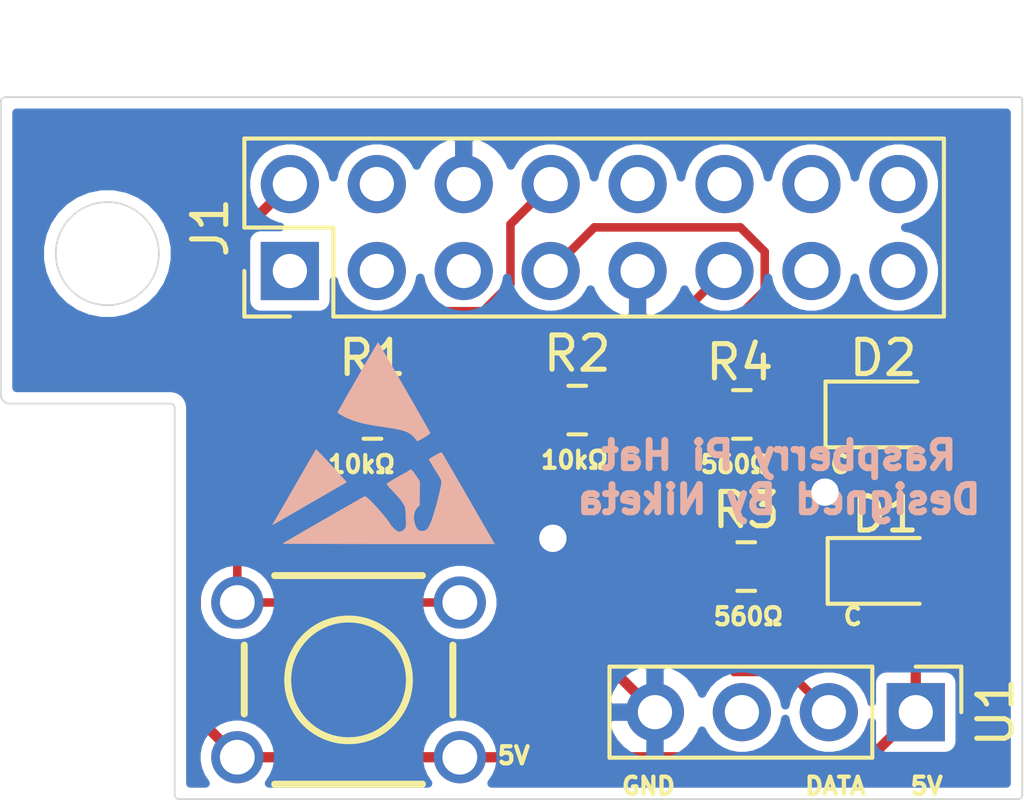
<source format=kicad_pcb>
(kicad_pcb (version 20171130) (host pcbnew "(5.1.6)-1")

  (general
    (thickness 1.6)
    (drawings 18)
    (tracks 62)
    (zones 0)
    (modules 10)
    (nets 19)
  )

  (page A4)
  (title_block
    (title "Raspberry Pi Hat")
    (date 2020-06-27)
    (rev v1)
    (comment 1 "Designed by Niketa")
  )

  (layers
    (0 F.Cu signal)
    (31 B.Cu signal)
    (32 B.Adhes user)
    (33 F.Adhes user)
    (34 B.Paste user)
    (35 F.Paste user)
    (36 B.SilkS user)
    (37 F.SilkS user)
    (38 B.Mask user)
    (39 F.Mask user)
    (40 Dwgs.User user)
    (41 Cmts.User user)
    (42 Eco1.User user)
    (43 Eco2.User user)
    (44 Edge.Cuts user)
    (45 Margin user)
    (46 B.CrtYd user)
    (47 F.CrtYd user)
    (48 B.Fab user)
    (49 F.Fab user)
  )

  (setup
    (last_trace_width 0.25)
    (user_trace_width 0.3)
    (trace_clearance 0.2)
    (zone_clearance 0.508)
    (zone_45_only no)
    (trace_min 0.2)
    (via_size 0.8)
    (via_drill 0.4)
    (via_min_size 0.4)
    (via_min_drill 0.3)
    (user_via 1 0.6)
    (uvia_size 0.3)
    (uvia_drill 0.1)
    (uvias_allowed no)
    (uvia_min_size 0.2)
    (uvia_min_drill 0.1)
    (edge_width 0.05)
    (segment_width 0.2)
    (pcb_text_width 0.3)
    (pcb_text_size 1.5 1.5)
    (mod_edge_width 0.12)
    (mod_text_size 1 1)
    (mod_text_width 0.15)
    (pad_size 1.524 1.524)
    (pad_drill 0.762)
    (pad_to_mask_clearance 0.05)
    (aux_axis_origin 0 0)
    (visible_elements 7FFFFFFF)
    (pcbplotparams
      (layerselection 0x010fc_ffffffff)
      (usegerberextensions false)
      (usegerberattributes true)
      (usegerberadvancedattributes true)
      (creategerberjobfile true)
      (excludeedgelayer true)
      (linewidth 0.100000)
      (plotframeref false)
      (viasonmask false)
      (mode 1)
      (useauxorigin false)
      (hpglpennumber 1)
      (hpglpenspeed 20)
      (hpglpendiameter 15.000000)
      (psnegative false)
      (psa4output false)
      (plotreference true)
      (plotvalue true)
      (plotinvisibletext false)
      (padsonsilk false)
      (subtractmaskfromsilk false)
      (outputformat 1)
      (mirror false)
      (drillshape 1)
      (scaleselection 1)
      (outputdirectory ""))
  )

  (net 0 "")
  (net 1 "Net-(D1-Pad2)")
  (net 2 GND)
  (net 3 "Net-(D2-Pad2)")
  (net 4 "Net-(J1-Pad1)")
  (net 5 5V)
  (net 6 "Net-(J1-Pad3)")
  (net 7 "Net-(J1-Pad4)")
  (net 8 "Net-(J1-Pad5)")
  (net 9 "Net-(J1-Pad7)")
  (net 10 button_input)
  (net 11 "Net-(J1-Pad10)")
  (net 12 "Net-(J1-Pad11)")
  (net 13 "Net-(J1-Pad12)")
  (net 14 "Net-(J1-Pad13)")
  (net 15 "Net-(J1-Pad14)")
  (net 16 "Net-(J1-Pad15)")
  (net 17 "Net-(J1-Pad16)")
  (net 18 "Net-(U1-Pad3)")

  (net_class Default "This is the default net class."
    (clearance 0.2)
    (trace_width 0.25)
    (via_dia 0.8)
    (via_drill 0.4)
    (uvia_dia 0.3)
    (uvia_drill 0.1)
    (add_net "Net-(D1-Pad2)")
    (add_net "Net-(D2-Pad2)")
    (add_net "Net-(J1-Pad1)")
    (add_net "Net-(J1-Pad10)")
    (add_net "Net-(J1-Pad11)")
    (add_net "Net-(J1-Pad12)")
    (add_net "Net-(J1-Pad13)")
    (add_net "Net-(J1-Pad14)")
    (add_net "Net-(J1-Pad15)")
    (add_net "Net-(J1-Pad16)")
    (add_net "Net-(J1-Pad3)")
    (add_net "Net-(J1-Pad4)")
    (add_net "Net-(J1-Pad5)")
    (add_net "Net-(J1-Pad7)")
    (add_net "Net-(U1-Pad3)")
    (add_net button_input)
  )

  (net_class Power ""
    (clearance 0.3)
    (trace_width 0.3)
    (via_dia 1)
    (via_drill 0.8)
    (uvia_dia 0.3)
    (uvia_drill 0.1)
    (add_net 5V)
    (add_net GND)
  )

  (module Symbol:ESD-Logo_6.6x6mm_SilkScreen (layer B.Cu) (tedit 0) (tstamp 5F023735)
    (at 98.171 75.438 180)
    (descr "Electrostatic discharge Logo")
    (tags "Logo ESD")
    (attr virtual)
    (fp_text reference REF** (at 0 0 270) (layer B.SilkS) hide
      (effects (font (size 1 1) (thickness 0.15)) (justify mirror))
    )
    (fp_text value ESD-Logo_6.6x6mm_SilkScreen (at 0.75 0) (layer B.Fab) hide
      (effects (font (size 1 1) (thickness 0.15)) (justify mirror))
    )
    (fp_poly (pts (xy -1.677906 -0.291158) (xy -1.645381 -0.303736) (xy -1.595807 -0.328712) (xy -1.524626 -0.367876)
      (xy -1.519084 -0.370988) (xy -1.453526 -0.408476) (xy -1.398202 -0.441319) (xy -1.358545 -0.466205)
      (xy -1.339988 -0.47982) (xy -1.339469 -0.480487) (xy -1.343952 -0.49939) (xy -1.364514 -0.541605)
      (xy -1.399817 -0.604832) (xy -1.44852 -0.686772) (xy -1.509282 -0.785122) (xy -1.580764 -0.897585)
      (xy -1.598555 -0.925165) (xy -1.644907 -1.001699) (xy -1.678658 -1.067556) (xy -1.696847 -1.116782)
      (xy -1.698714 -1.126507) (xy -1.697885 -1.169312) (xy -1.688606 -1.237209) (xy -1.672032 -1.325843)
      (xy -1.64932 -1.430859) (xy -1.621627 -1.547902) (xy -1.59011 -1.672616) (xy -1.555925 -1.800645)
      (xy -1.520229 -1.927634) (xy -1.484179 -2.049228) (xy -1.448932 -2.161072) (xy -1.415644 -2.25881)
      (xy -1.385472 -2.338087) (xy -1.364439 -2.385122) (xy -1.339663 -2.435225) (xy -1.31627 -2.483168)
      (xy -1.315003 -2.485793) (xy -1.276301 -2.53422) (xy -1.219816 -2.566828) (xy -1.154061 -2.582454)
      (xy -1.087549 -2.579937) (xy -1.028795 -2.558114) (xy -0.995742 -2.529382) (xy -0.948141 -2.450583)
      (xy -0.913261 -2.352378) (xy -0.894123 -2.244779) (xy -0.891412 -2.18378) (xy -0.90233 -2.069935)
      (xy -0.934376 -1.97566) (xy -0.989274 -1.896379) (xy -1.006393 -1.878733) (xy -1.057339 -1.829235)
      (xy -1.060837 -1.479362) (xy -1.064336 -1.129489) (xy -0.975182 -0.994531) (xy -0.933346 -0.933445)
      (xy -0.893055 -0.878493) (xy -0.860057 -0.837336) (xy -0.845874 -0.822192) (xy -0.805719 -0.78481)
      (xy -0.751335 -0.814098) (xy -0.716961 -0.835084) (xy -0.698154 -0.851378) (xy -0.696951 -0.854307)
      (xy -0.684097 -0.866728) (xy -0.662104 -0.875977) (xy -0.64085 -0.884313) (xy -0.608306 -0.900149)
      (xy -0.561678 -0.925033) (xy -0.498171 -0.960509) (xy -0.414992 -1.008123) (xy -0.309347 -1.069422)
      (xy -0.251938 -1.102932) (xy -0.184406 -1.143071) (xy -0.140115 -1.171659) (xy -0.115145 -1.192039)
      (xy -0.105577 -1.207553) (xy -0.107492 -1.221546) (xy -0.109089 -1.224796) (xy -0.124624 -1.245266)
      (xy -0.157864 -1.283665) (xy -0.204938 -1.335696) (xy -0.261972 -1.397066) (xy -0.3113 -1.44909)
      (xy -0.42497 -1.572567) (xy -0.513895 -1.679591) (xy -0.578866 -1.77124) (xy -0.620679 -1.848588)
      (xy -0.634783 -1.887866) (xy -0.640608 -1.922249) (xy -0.646625 -1.980899) (xy -0.652304 -2.057117)
      (xy -0.657116 -2.144202) (xy -0.659381 -2.199268) (xy -0.662541 -2.294464) (xy -0.663931 -2.364062)
      (xy -0.663142 -2.413409) (xy -0.659765 -2.447854) (xy -0.653392 -2.472743) (xy -0.643613 -2.493425)
      (xy -0.635933 -2.506053) (xy -0.591579 -2.554726) (xy -0.534426 -2.588645) (xy -0.474292 -2.603438)
      (xy -0.429227 -2.598086) (xy -0.388424 -2.57493) (xy -0.337276 -2.533462) (xy -0.282958 -2.480912)
      (xy -0.232643 -2.424516) (xy -0.193506 -2.371505) (xy -0.179095 -2.345889) (xy -0.157509 -2.310814)
      (xy -0.118247 -2.257389) (xy -0.064898 -2.189789) (xy -0.001048 -2.11219) (xy 0.069715 -2.028768)
      (xy 0.143804 -1.943698) (xy 0.217632 -1.861155) (xy 0.287611 -1.785316) (xy 0.350155 -1.720356)
      (xy 0.39926 -1.672669) (xy 0.453779 -1.625032) (xy 0.499642 -1.589908) (xy 0.531811 -1.570949)
      (xy 0.542489 -1.568864) (xy 0.558853 -1.577274) (xy 0.599671 -1.599846) (xy 0.662586 -1.635224)
      (xy 0.745244 -1.682054) (xy 0.845289 -1.738981) (xy 0.960366 -1.804649) (xy 1.088119 -1.877703)
      (xy 1.226194 -1.956788) (xy 1.372234 -2.040548) (xy 1.523884 -2.127629) (xy 1.67879 -2.216676)
      (xy 1.834595 -2.306332) (xy 1.988944 -2.395243) (xy 2.139482 -2.482054) (xy 2.283854 -2.565409)
      (xy 2.419704 -2.643954) (xy 2.544677 -2.716333) (xy 2.656417 -2.78119) (xy 2.75257 -2.837171)
      (xy 2.830779 -2.88292) (xy 2.888689 -2.917083) (xy 2.923946 -2.938304) (xy 2.934165 -2.944963)
      (xy 2.920402 -2.94628) (xy 2.877104 -2.947559) (xy 2.805714 -2.948796) (xy 2.707673 -2.949983)
      (xy 2.584422 -2.951115) (xy 2.437403 -2.952186) (xy 2.268057 -2.953189) (xy 2.077826 -2.954119)
      (xy 1.868151 -2.954968) (xy 1.640473 -2.955732) (xy 1.396235 -2.956403) (xy 1.136877 -2.956976)
      (xy 0.863841 -2.957444) (xy 0.578568 -2.957802) (xy 0.2825 -2.958042) (xy -0.022921 -2.958159)
      (xy -0.151076 -2.958171) (xy -3.25103 -2.958171) (xy -3.029947 -2.574847) (xy -2.983144 -2.49368)
      (xy -2.922898 -2.389166) (xy -2.851222 -2.264801) (xy -2.770131 -2.124082) (xy -2.681638 -1.970503)
      (xy -2.58776 -1.807562) (xy -2.490509 -1.638754) (xy -2.3919 -1.467575) (xy -2.293947 -1.297521)
      (xy -2.269175 -1.254512) (xy -2.178848 -1.097857) (xy -2.092711 -0.948803) (xy -2.012058 -0.809568)
      (xy -1.938184 -0.682371) (xy -1.872383 -0.569432) (xy -1.81595 -0.472968) (xy -1.770179 -0.3952)
      (xy -1.736365 -0.338346) (xy -1.715802 -0.304625) (xy -1.710047 -0.29604) (xy -1.697942 -0.289189)
      (xy -1.677906 -0.291158)) (layer B.SilkS) (width 0.01))
    (fp_poly (pts (xy 1.987528 -0.234619) (xy 1.998908 -0.253693) (xy 2.024488 -0.297421) (xy 2.063002 -0.363619)
      (xy 2.113186 -0.450102) (xy 2.173775 -0.554685) (xy 2.243503 -0.675183) (xy 2.321107 -0.809412)
      (xy 2.40532 -0.955187) (xy 2.494879 -1.110323) (xy 2.586998 -1.27) (xy 2.681076 -1.433117)
      (xy 2.771402 -1.589709) (xy 2.856665 -1.737506) (xy 2.935557 -1.87424) (xy 3.006769 -1.997642)
      (xy 3.068991 -2.105444) (xy 3.120913 -2.195377) (xy 3.161228 -2.265173) (xy 3.188624 -2.312564)
      (xy 3.201507 -2.334786) (xy 3.222507 -2.37233) (xy 3.233925 -2.395831) (xy 3.234551 -2.39992)
      (xy 3.220636 -2.392242) (xy 3.181941 -2.370203) (xy 3.120487 -2.334971) (xy 3.038298 -2.287711)
      (xy 2.937396 -2.229589) (xy 2.819805 -2.161771) (xy 2.687546 -2.085424) (xy 2.542642 -2.001714)
      (xy 2.387117 -1.911806) (xy 2.222992 -1.816867) (xy 2.160549 -1.780732) (xy 1.993487 -1.684083)
      (xy 1.834074 -1.591938) (xy 1.684355 -1.505475) (xy 1.546376 -1.425871) (xy 1.422185 -1.354305)
      (xy 1.313827 -1.291955) (xy 1.223348 -1.239998) (xy 1.152796 -1.199613) (xy 1.104215 -1.171978)
      (xy 1.079654 -1.158272) (xy 1.077085 -1.156974) (xy 1.084569 -1.14522) (xy 1.110614 -1.113795)
      (xy 1.152559 -1.065594) (xy 1.207746 -1.00351) (xy 1.273517 -0.930439) (xy 1.347212 -0.849276)
      (xy 1.426173 -0.762916) (xy 1.50774 -0.674253) (xy 1.589254 -0.586182) (xy 1.668057 -0.501599)
      (xy 1.74149 -0.423397) (xy 1.806893 -0.354472) (xy 1.861608 -0.297719) (xy 1.902977 -0.256032)
      (xy 1.917164 -0.242363) (xy 1.96418 -0.198201) (xy 1.987528 -0.234619)) (layer B.SilkS) (width 0.01))
    (fp_poly (pts (xy 0.164043 2.914165) (xy 0.187065 2.876755) (xy 0.222534 2.817486) (xy 0.268996 2.738882)
      (xy 0.324996 2.643462) (xy 0.389081 2.53375) (xy 0.459796 2.412266) (xy 0.535687 2.281532)
      (xy 0.615299 2.14407) (xy 0.697178 2.002402) (xy 0.77987 1.859049) (xy 0.861921 1.716533)
      (xy 0.941876 1.577376) (xy 1.018281 1.444099) (xy 1.089682 1.319224) (xy 1.154624 1.205273)
      (xy 1.211653 1.104767) (xy 1.259315 1.020228) (xy 1.296155 0.954178) (xy 1.32072 0.909138)
      (xy 1.331554 0.88763) (xy 1.331951 0.886286) (xy 1.318501 0.868035) (xy 1.281114 0.840118)
      (xy 1.224235 0.805275) (xy 1.152312 0.766246) (xy 1.077015 0.729157) (xy 0.97456 0.684183)
      (xy 0.866817 0.643774) (xy 0.750073 0.607031) (xy 0.620618 0.573058) (xy 0.47474 0.540956)
      (xy 0.308726 0.509827) (xy 0.118866 0.478773) (xy -0.077531 0.449855) (xy -0.248166 0.4242)
      (xy -0.391455 0.398802) (xy -0.510992 0.372398) (xy -0.61037 0.343727) (xy -0.693182 0.311527)
      (xy -0.763022 0.274535) (xy -0.823482 0.231488) (xy -0.878155 0.181125) (xy -0.895786 0.162417)
      (xy -0.934 0.118861) (xy -0.962268 0.083318) (xy -0.975382 0.062417) (xy -0.975732 0.060703)
      (xy -0.98032 0.050194) (xy -0.996242 0.050076) (xy -1.026734 0.061746) (xy -1.075032 0.086604)
      (xy -1.144373 0.126048) (xy -1.192561 0.154413) (xy -1.264417 0.198753) (xy -1.320258 0.236721)
      (xy -1.356333 0.265584) (xy -1.368887 0.282612) (xy -1.368879 0.282736) (xy -1.361094 0.298963)
      (xy -1.339108 0.3396) (xy -1.304197 0.402433) (xy -1.257637 0.485248) (xy -1.200705 0.585828)
      (xy -1.134677 0.70196) (xy -1.060828 0.831429) (xy -0.980436 0.97202) (xy -0.894776 1.121518)
      (xy -0.805124 1.277708) (xy -0.712757 1.438376) (xy -0.618951 1.601307) (xy -0.524982 1.764287)
      (xy -0.432126 1.9251) (xy -0.34166 2.081532) (xy -0.254859 2.231367) (xy -0.173 2.372392)
      (xy -0.097359 2.502391) (xy -0.029213 2.619151) (xy 0.030163 2.720455) (xy 0.079493 2.804089)
      (xy 0.1175 2.867838) (xy 0.142907 2.909489) (xy 0.15444 2.926825) (xy 0.154923 2.927195)
      (xy 0.164043 2.914165)) (layer B.SilkS) (width 0.01))
  )

  (module LED_SMD:LED_0805_2012Metric (layer F.Cu) (tedit 5B36C52C) (tstamp 5EF71CA4)
    (at 112.8395 79.1845)
    (descr "LED SMD 0805 (2012 Metric), square (rectangular) end terminal, IPC_7351 nominal, (Body size source: https://docs.google.com/spreadsheets/d/1BsfQQcO9C6DZCsRaXUlFlo91Tg2WpOkGARC1WS5S8t0/edit?usp=sharing), generated with kicad-footprint-generator")
    (tags diode)
    (path /5EF4E069)
    (attr smd)
    (fp_text reference D1 (at 0 -1.65) (layer F.SilkS)
      (effects (font (size 1 1) (thickness 0.15)))
    )
    (fp_text value C (at -0.9525 1.3335) (layer F.SilkS)
      (effects (font (size 0.5 0.5) (thickness 0.125)))
    )
    (fp_line (start 1.68 0.95) (end -1.68 0.95) (layer F.CrtYd) (width 0.05))
    (fp_line (start 1.68 -0.95) (end 1.68 0.95) (layer F.CrtYd) (width 0.05))
    (fp_line (start -1.68 -0.95) (end 1.68 -0.95) (layer F.CrtYd) (width 0.05))
    (fp_line (start -1.68 0.95) (end -1.68 -0.95) (layer F.CrtYd) (width 0.05))
    (fp_line (start -1.685 0.96) (end 1 0.96) (layer F.SilkS) (width 0.12))
    (fp_line (start -1.685 -0.96) (end -1.685 0.96) (layer F.SilkS) (width 0.12))
    (fp_line (start 1 -0.96) (end -1.685 -0.96) (layer F.SilkS) (width 0.12))
    (fp_line (start 1 0.6) (end 1 -0.6) (layer F.Fab) (width 0.1))
    (fp_line (start -1 0.6) (end 1 0.6) (layer F.Fab) (width 0.1))
    (fp_line (start -1 -0.3) (end -1 0.6) (layer F.Fab) (width 0.1))
    (fp_line (start -0.7 -0.6) (end -1 -0.3) (layer F.Fab) (width 0.1))
    (fp_line (start 1 -0.6) (end -0.7 -0.6) (layer F.Fab) (width 0.1))
    (fp_text user %R (at 0 0) (layer F.Fab)
      (effects (font (size 0.5 0.5) (thickness 0.08)))
    )
    (pad 1 smd roundrect (at -0.9375 0) (size 0.975 1.4) (layers F.Cu F.Paste F.Mask) (roundrect_rratio 0.25)
      (net 2 GND))
    (pad 2 smd roundrect (at 0.9375 0) (size 0.975 1.4) (layers F.Cu F.Paste F.Mask) (roundrect_rratio 0.25)
      (net 1 "Net-(D1-Pad2)"))
    (model ${KISYS3DMOD}/LED_SMD.3dshapes/LED_0805_2012Metric.wrl
      (at (xyz 0 0 0))
      (scale (xyz 1 1 1))
      (rotate (xyz 0 0 0))
    )
  )

  (module LED_SMD:LED_0805_2012Metric (layer F.Cu) (tedit 5B36C52C) (tstamp 5EF71CB7)
    (at 112.776 74.6125)
    (descr "LED SMD 0805 (2012 Metric), square (rectangular) end terminal, IPC_7351 nominal, (Body size source: https://docs.google.com/spreadsheets/d/1BsfQQcO9C6DZCsRaXUlFlo91Tg2WpOkGARC1WS5S8t0/edit?usp=sharing), generated with kicad-footprint-generator")
    (tags diode)
    (path /5EFBD96C)
    (attr smd)
    (fp_text reference D2 (at 0 -1.65) (layer F.SilkS)
      (effects (font (size 1 1) (thickness 0.15)))
    )
    (fp_text value C (at -1.27 1.4605) (layer F.SilkS)
      (effects (font (size 0.5 0.5) (thickness 0.125)))
    )
    (fp_line (start 1 -0.6) (end -0.7 -0.6) (layer F.Fab) (width 0.1))
    (fp_line (start -0.7 -0.6) (end -1 -0.3) (layer F.Fab) (width 0.1))
    (fp_line (start -1 -0.3) (end -1 0.6) (layer F.Fab) (width 0.1))
    (fp_line (start -1 0.6) (end 1 0.6) (layer F.Fab) (width 0.1))
    (fp_line (start 1 0.6) (end 1 -0.6) (layer F.Fab) (width 0.1))
    (fp_line (start 1 -0.96) (end -1.685 -0.96) (layer F.SilkS) (width 0.12))
    (fp_line (start -1.685 -0.96) (end -1.685 0.96) (layer F.SilkS) (width 0.12))
    (fp_line (start -1.685 0.96) (end 1 0.96) (layer F.SilkS) (width 0.12))
    (fp_line (start -1.68 0.95) (end -1.68 -0.95) (layer F.CrtYd) (width 0.05))
    (fp_line (start -1.68 -0.95) (end 1.68 -0.95) (layer F.CrtYd) (width 0.05))
    (fp_line (start 1.68 -0.95) (end 1.68 0.95) (layer F.CrtYd) (width 0.05))
    (fp_line (start 1.68 0.95) (end -1.68 0.95) (layer F.CrtYd) (width 0.05))
    (fp_text user %R (at -0.0485 0) (layer F.Fab)
      (effects (font (size 0.5 0.5) (thickness 0.08)))
    )
    (pad 2 smd roundrect (at 0.9375 0) (size 0.975 1.4) (layers F.Cu F.Paste F.Mask) (roundrect_rratio 0.25)
      (net 3 "Net-(D2-Pad2)"))
    (pad 1 smd roundrect (at -0.9375 0) (size 0.975 1.4) (layers F.Cu F.Paste F.Mask) (roundrect_rratio 0.25)
      (net 2 GND))
    (model ${KISYS3DMOD}/LED_SMD.3dshapes/LED_0805_2012Metric.wrl
      (at (xyz 0 0 0))
      (scale (xyz 1 1 1))
      (rotate (xyz 0 0 0))
    )
  )

  (module Resistor_SMD:R_0805_2012Metric (layer F.Cu) (tedit 5B36C52B) (tstamp 5EF71CEE)
    (at 97.8535 74.6125)
    (descr "Resistor SMD 0805 (2012 Metric), square (rectangular) end terminal, IPC_7351 nominal, (Body size source: https://docs.google.com/spreadsheets/d/1BsfQQcO9C6DZCsRaXUlFlo91Tg2WpOkGARC1WS5S8t0/edit?usp=sharing), generated with kicad-footprint-generator")
    (tags resistor)
    (path /5EF4D3AC)
    (attr smd)
    (fp_text reference R1 (at 0 -1.65) (layer F.SilkS)
      (effects (font (size 1 1) (thickness 0.15)))
    )
    (fp_text value 10kΩ (at -0.3175 1.4605) (layer F.SilkS)
      (effects (font (size 0.5 0.5) (thickness 0.125)))
    )
    (fp_line (start -1 0.6) (end -1 -0.6) (layer F.Fab) (width 0.1))
    (fp_line (start -1 -0.6) (end 1 -0.6) (layer F.Fab) (width 0.1))
    (fp_line (start 1 -0.6) (end 1 0.6) (layer F.Fab) (width 0.1))
    (fp_line (start 1 0.6) (end -1 0.6) (layer F.Fab) (width 0.1))
    (fp_line (start -0.258578 -0.71) (end 0.258578 -0.71) (layer F.SilkS) (width 0.12))
    (fp_line (start -0.258578 0.71) (end 0.258578 0.71) (layer F.SilkS) (width 0.12))
    (fp_line (start -1.68 0.95) (end -1.68 -0.95) (layer F.CrtYd) (width 0.05))
    (fp_line (start -1.68 -0.95) (end 1.68 -0.95) (layer F.CrtYd) (width 0.05))
    (fp_line (start 1.68 -0.95) (end 1.68 0.95) (layer F.CrtYd) (width 0.05))
    (fp_line (start 1.68 0.95) (end -1.68 0.95) (layer F.CrtYd) (width 0.05))
    (fp_text user %R (at 0 0) (layer F.Fab)
      (effects (font (size 0.5 0.5) (thickness 0.08)))
    )
    (pad 2 smd roundrect (at 0.9375 0) (size 0.975 1.4) (layers F.Cu F.Paste F.Mask) (roundrect_rratio 0.25)
      (net 2 GND))
    (pad 1 smd roundrect (at -0.9375 0) (size 0.975 1.4) (layers F.Cu F.Paste F.Mask) (roundrect_rratio 0.25)
      (net 10 button_input))
    (model ${KISYS3DMOD}/Resistor_SMD.3dshapes/R_0805_2012Metric.wrl
      (at (xyz 0 0 0))
      (scale (xyz 1 1 1))
      (rotate (xyz 0 0 0))
    )
  )

  (module Resistor_SMD:R_0805_2012Metric (layer F.Cu) (tedit 5B36C52B) (tstamp 5EF71CFF)
    (at 103.8375 74.4855)
    (descr "Resistor SMD 0805 (2012 Metric), square (rectangular) end terminal, IPC_7351 nominal, (Body size source: https://docs.google.com/spreadsheets/d/1BsfQQcO9C6DZCsRaXUlFlo91Tg2WpOkGARC1WS5S8t0/edit?usp=sharing), generated with kicad-footprint-generator")
    (tags resistor)
    (path /5EF4D658)
    (attr smd)
    (fp_text reference R2 (at 0 -1.65) (layer F.SilkS)
      (effects (font (size 1 1) (thickness 0.15)))
    )
    (fp_text value 10kΩ (at -0.0785 1.4605) (layer F.SilkS)
      (effects (font (size 0.5 0.5) (thickness 0.125)))
    )
    (fp_line (start -1 0.6) (end -1 -0.6) (layer F.Fab) (width 0.1))
    (fp_line (start -1 -0.6) (end 1 -0.6) (layer F.Fab) (width 0.1))
    (fp_line (start 1 -0.6) (end 1 0.6) (layer F.Fab) (width 0.1))
    (fp_line (start 1 0.6) (end -1 0.6) (layer F.Fab) (width 0.1))
    (fp_line (start -0.258578 -0.71) (end 0.258578 -0.71) (layer F.SilkS) (width 0.12))
    (fp_line (start -0.258578 0.71) (end 0.258578 0.71) (layer F.SilkS) (width 0.12))
    (fp_line (start -1.68 0.95) (end -1.68 -0.95) (layer F.CrtYd) (width 0.05))
    (fp_line (start -1.68 -0.95) (end 1.68 -0.95) (layer F.CrtYd) (width 0.05))
    (fp_line (start 1.68 -0.95) (end 1.68 0.95) (layer F.CrtYd) (width 0.05))
    (fp_line (start 1.68 0.95) (end -1.68 0.95) (layer F.CrtYd) (width 0.05))
    (fp_text user %R (at 0 0) (layer F.Fab)
      (effects (font (size 0.5 0.5) (thickness 0.08)))
    )
    (pad 2 smd roundrect (at 0.9375 0) (size 0.975 1.4) (layers F.Cu F.Paste F.Mask) (roundrect_rratio 0.25)
      (net 5 5V))
    (pad 1 smd roundrect (at -0.9375 0) (size 0.975 1.4) (layers F.Cu F.Paste F.Mask) (roundrect_rratio 0.25)
      (net 12 "Net-(J1-Pad11)"))
    (model ${KISYS3DMOD}/Resistor_SMD.3dshapes/R_0805_2012Metric.wrl
      (at (xyz 0 0 0))
      (scale (xyz 1 1 1))
      (rotate (xyz 0 0 0))
    )
  )

  (module Resistor_SMD:R_0805_2012Metric (layer F.Cu) (tedit 5B36C52B) (tstamp 5EF71D10)
    (at 108.7755 79.0575)
    (descr "Resistor SMD 0805 (2012 Metric), square (rectangular) end terminal, IPC_7351 nominal, (Body size source: https://docs.google.com/spreadsheets/d/1BsfQQcO9C6DZCsRaXUlFlo91Tg2WpOkGARC1WS5S8t0/edit?usp=sharing), generated with kicad-footprint-generator")
    (tags resistor)
    (path /5EF4C7A2)
    (attr smd)
    (fp_text reference R3 (at 0 -1.65) (layer F.SilkS)
      (effects (font (size 1 1) (thickness 0.15)))
    )
    (fp_text value 560Ω (at 0.0635 1.4605) (layer F.SilkS)
      (effects (font (size 0.5 0.5) (thickness 0.125)))
    )
    (fp_line (start -1 0.6) (end -1 -0.6) (layer F.Fab) (width 0.1))
    (fp_line (start -1 -0.6) (end 1 -0.6) (layer F.Fab) (width 0.1))
    (fp_line (start 1 -0.6) (end 1 0.6) (layer F.Fab) (width 0.1))
    (fp_line (start 1 0.6) (end -1 0.6) (layer F.Fab) (width 0.1))
    (fp_line (start -0.258578 -0.71) (end 0.258578 -0.71) (layer F.SilkS) (width 0.12))
    (fp_line (start -0.258578 0.71) (end 0.258578 0.71) (layer F.SilkS) (width 0.12))
    (fp_line (start -1.68 0.95) (end -1.68 -0.95) (layer F.CrtYd) (width 0.05))
    (fp_line (start -1.68 -0.95) (end 1.68 -0.95) (layer F.CrtYd) (width 0.05))
    (fp_line (start 1.68 -0.95) (end 1.68 0.95) (layer F.CrtYd) (width 0.05))
    (fp_line (start 1.68 0.95) (end -1.68 0.95) (layer F.CrtYd) (width 0.05))
    (fp_text user %R (at 0 0) (layer F.Fab)
      (effects (font (size 0.5 0.5) (thickness 0.08)))
    )
    (pad 2 smd roundrect (at 0.9375 0) (size 0.975 1.4) (layers F.Cu F.Paste F.Mask) (roundrect_rratio 0.25)
      (net 1 "Net-(D1-Pad2)"))
    (pad 1 smd roundrect (at -0.9375 0) (size 0.975 1.4) (layers F.Cu F.Paste F.Mask) (roundrect_rratio 0.25)
      (net 9 "Net-(J1-Pad7)"))
    (model ${KISYS3DMOD}/Resistor_SMD.3dshapes/R_0805_2012Metric.wrl
      (at (xyz 0 0 0))
      (scale (xyz 1 1 1))
      (rotate (xyz 0 0 0))
    )
  )

  (module Resistor_SMD:R_0805_2012Metric (layer F.Cu) (tedit 5B36C52B) (tstamp 5EF71D21)
    (at 108.6485 74.6125)
    (descr "Resistor SMD 0805 (2012 Metric), square (rectangular) end terminal, IPC_7351 nominal, (Body size source: https://docs.google.com/spreadsheets/d/1BsfQQcO9C6DZCsRaXUlFlo91Tg2WpOkGARC1WS5S8t0/edit?usp=sharing), generated with kicad-footprint-generator")
    (tags resistor)
    (path /5EFBD614)
    (attr smd)
    (fp_text reference R4 (at -0.0635 -1.524) (layer F.SilkS)
      (effects (font (size 1 1) (thickness 0.15)))
    )
    (fp_text value 560Ω (at -0.1905 1.4605) (layer F.SilkS)
      (effects (font (size 0.5 0.5) (thickness 0.125)))
    )
    (fp_line (start -1 0.6) (end -1 -0.6) (layer F.Fab) (width 0.1))
    (fp_line (start -1 -0.6) (end 1 -0.6) (layer F.Fab) (width 0.1))
    (fp_line (start 1 -0.6) (end 1 0.6) (layer F.Fab) (width 0.1))
    (fp_line (start 1 0.6) (end -1 0.6) (layer F.Fab) (width 0.1))
    (fp_line (start -0.258578 -0.71) (end 0.258578 -0.71) (layer F.SilkS) (width 0.12))
    (fp_line (start -0.258578 0.71) (end 0.258578 0.71) (layer F.SilkS) (width 0.12))
    (fp_line (start -1.68 0.95) (end -1.68 -0.95) (layer F.CrtYd) (width 0.05))
    (fp_line (start -1.68 -0.95) (end 1.68 -0.95) (layer F.CrtYd) (width 0.05))
    (fp_line (start 1.68 -0.95) (end 1.68 0.95) (layer F.CrtYd) (width 0.05))
    (fp_line (start 1.68 0.95) (end -1.68 0.95) (layer F.CrtYd) (width 0.05))
    (fp_text user %R (at 0 0) (layer F.Fab)
      (effects (font (size 0.5 0.5) (thickness 0.08)))
    )
    (pad 2 smd roundrect (at 0.9375 0) (size 0.975 1.4) (layers F.Cu F.Paste F.Mask) (roundrect_rratio 0.25)
      (net 3 "Net-(D2-Pad2)"))
    (pad 1 smd roundrect (at -0.9375 0) (size 0.975 1.4) (layers F.Cu F.Paste F.Mask) (roundrect_rratio 0.25)
      (net 5 5V))
    (model ${KISYS3DMOD}/Resistor_SMD.3dshapes/R_0805_2012Metric.wrl
      (at (xyz 0 0 0))
      (scale (xyz 1 1 1))
      (rotate (xyz 0 0 0))
    )
  )

  (module freetronics_footprints:SW_PUSHBUTTON_PTH (layer F.Cu) (tedit 5477A5C1) (tstamp 5EF71D3D)
    (at 97.155 82.3684 180)
    (descr "<b>OMRON SWITCH</b>")
    (path /5EF4B275)
    (fp_text reference SW1 (at -0.05 0) (layer Eco1.User)
      (effects (font (size 0.6 0.6) (thickness 0.1)))
    )
    (fp_text value SW_DPST (at 0 0) (layer Eco1.User) hide
      (effects (font (size 0 0) (thickness 0.000001)))
    )
    (fp_circle (center 0 0) (end 1.778 0) (layer F.SilkS) (width 0.2032))
    (fp_line (start -2.54 -0.508) (end -2.159 0.381) (layer Cmts.User) (width 0.2032))
    (fp_line (start -2.54 0.508) (end -2.54 1.27) (layer Cmts.User) (width 0.2032))
    (fp_line (start -2.54 -1.27) (end -2.54 -0.508) (layer Cmts.User) (width 0.2032))
    (fp_line (start -3.048 -1.02616) (end -3.048 1.016) (layer F.SilkS) (width 0.2032))
    (fp_line (start 3.048 -0.99568) (end 3.048 1.016) (layer F.SilkS) (width 0.2032))
    (fp_line (start -2.159 3.048) (end 2.159 3.048) (layer F.SilkS) (width 0.2032))
    (fp_line (start 2.159 -3.048) (end -2.159 -3.048) (layer F.SilkS) (width 0.2032))
    (fp_line (start 2.54 -3.048) (end 2.159 -3.048) (layer Cmts.User) (width 0.2032))
    (fp_line (start -2.54 -3.048) (end -2.159 -3.048) (layer Cmts.User) (width 0.2032))
    (fp_line (start -2.54 3.048) (end -2.159 3.048) (layer Cmts.User) (width 0.2032))
    (fp_line (start 2.54 3.048) (end 2.159 3.048) (layer Cmts.User) (width 0.2032))
    (fp_line (start -3.048 2.54) (end -3.048 1.016) (layer Cmts.User) (width 0.2032))
    (fp_line (start -2.54 3.048) (end -3.048 2.54) (layer Cmts.User) (width 0.2032))
    (fp_line (start -3.048 -2.54) (end -3.048 -1.016) (layer Cmts.User) (width 0.2032))
    (fp_line (start -2.54 -3.048) (end -3.048 -2.54) (layer Cmts.User) (width 0.2032))
    (fp_line (start 3.048 2.54) (end 3.048 1.016) (layer Cmts.User) (width 0.2032))
    (fp_line (start 2.54 3.048) (end 3.048 2.54) (layer Cmts.User) (width 0.2032))
    (fp_line (start 3.048 -2.54) (end 2.54 -3.048) (layer Cmts.User) (width 0.2032))
    (fp_line (start 3.048 -1.016) (end 3.048 -2.54) (layer Cmts.User) (width 0.2032))
    (pad 1 thru_hole oval (at -3.2512 -2.2606 180) (size 1.524 1.524) (drill 1.016) (layers *.Cu *.Mask)
      (net 5 5V))
    (pad 1 thru_hole oval (at 3.2512 -2.2606 180) (size 1.524 1.524) (drill 1.016) (layers *.Cu *.Mask)
      (net 5 5V))
    (pad 2 thru_hole oval (at -3.2512 2.2606 180) (size 1.524 1.524) (drill 1.016) (layers *.Cu *.Mask)
      (net 10 button_input))
    (pad 2 thru_hole oval (at 3.2512 2.2606 180) (size 1.524 1.524) (drill 1.016) (layers *.Cu *.Mask)
      (net 10 button_input))
  )

  (module Connector_PinHeader_2.54mm:PinHeader_1x04_P2.54mm_Vertical (layer F.Cu) (tedit 59FED5CC) (tstamp 5EF74B8C)
    (at 113.7285 83.312 270)
    (descr "Through hole straight pin header, 1x04, 2.54mm pitch, single row")
    (tags "Through hole pin header THT 1x04 2.54mm single row")
    (path /5EF4EF63)
    (fp_text reference U1 (at 0 -2.33 90) (layer F.SilkS)
      (effects (font (size 1 1) (thickness 0.15)))
    )
    (fp_text value DHT22 (at 0 9.95 90) (layer F.Fab)
      (effects (font (size 1 1) (thickness 0.15)))
    )
    (fp_line (start 1.8 -1.8) (end -1.8 -1.8) (layer F.CrtYd) (width 0.05))
    (fp_line (start 1.8 9.4) (end 1.8 -1.8) (layer F.CrtYd) (width 0.05))
    (fp_line (start -1.8 9.4) (end 1.8 9.4) (layer F.CrtYd) (width 0.05))
    (fp_line (start -1.8 -1.8) (end -1.8 9.4) (layer F.CrtYd) (width 0.05))
    (fp_line (start -1.33 -1.33) (end 0 -1.33) (layer F.SilkS) (width 0.12))
    (fp_line (start -1.33 0) (end -1.33 -1.33) (layer F.SilkS) (width 0.12))
    (fp_line (start -1.33 1.27) (end 1.33 1.27) (layer F.SilkS) (width 0.12))
    (fp_line (start 1.33 1.27) (end 1.33 8.95) (layer F.SilkS) (width 0.12))
    (fp_line (start -1.33 1.27) (end -1.33 8.95) (layer F.SilkS) (width 0.12))
    (fp_line (start -1.33 8.95) (end 1.33 8.95) (layer F.SilkS) (width 0.12))
    (fp_line (start -1.27 -0.635) (end -0.635 -1.27) (layer F.Fab) (width 0.1))
    (fp_line (start -1.27 8.89) (end -1.27 -0.635) (layer F.Fab) (width 0.1))
    (fp_line (start 1.27 8.89) (end -1.27 8.89) (layer F.Fab) (width 0.1))
    (fp_line (start 1.27 -1.27) (end 1.27 8.89) (layer F.Fab) (width 0.1))
    (fp_line (start -0.635 -1.27) (end 1.27 -1.27) (layer F.Fab) (width 0.1))
    (fp_text user %R (at 0 3.81) (layer F.Fab)
      (effects (font (size 1 1) (thickness 0.15)))
    )
    (pad 1 thru_hole rect (at 0 0 270) (size 1.7 1.7) (drill 1) (layers *.Cu *.Mask)
      (net 5 5V))
    (pad 2 thru_hole oval (at 0 2.54 270) (size 1.7 1.7) (drill 1) (layers *.Cu *.Mask)
      (net 12 "Net-(J1-Pad11)"))
    (pad 3 thru_hole oval (at 0 5.08 270) (size 1.7 1.7) (drill 1) (layers *.Cu *.Mask)
      (net 18 "Net-(U1-Pad3)"))
    (pad 4 thru_hole oval (at 0 7.62 270) (size 1.7 1.7) (drill 1) (layers *.Cu *.Mask)
      (net 2 GND))
    (model ${KISYS3DMOD}/Connector_PinHeader_2.54mm.3dshapes/PinHeader_1x04_P2.54mm_Vertical.wrl
      (at (xyz 0 0 0))
      (scale (xyz 1 1 1))
      (rotate (xyz 0 0 0))
    )
  )

  (module Connector_PinHeader_2.54mm:PinHeader_2x08_P2.54mm_Vertical (layer F.Cu) (tedit 59FED5CC) (tstamp 5EF9A8E1)
    (at 95.4405 70.4215 90)
    (descr "Through hole straight pin header, 2x08, 2.54mm pitch, double rows")
    (tags "Through hole pin header THT 2x08 2.54mm double row")
    (path /5EF479BF)
    (fp_text reference J1 (at 1.27 -2.33 90) (layer F.SilkS)
      (effects (font (size 1 1) (thickness 0.15)))
    )
    (fp_text value Raspberry_Pi_2_3 (at 1.27 20.11 90) (layer F.Fab)
      (effects (font (size 1 1) (thickness 0.15)))
    )
    (fp_line (start 0 -1.27) (end 3.81 -1.27) (layer F.Fab) (width 0.1))
    (fp_line (start 3.81 -1.27) (end 3.81 19.05) (layer F.Fab) (width 0.1))
    (fp_line (start 3.81 19.05) (end -1.27 19.05) (layer F.Fab) (width 0.1))
    (fp_line (start -1.27 19.05) (end -1.27 0) (layer F.Fab) (width 0.1))
    (fp_line (start -1.27 0) (end 0 -1.27) (layer F.Fab) (width 0.1))
    (fp_line (start -1.33 19.11) (end 3.87 19.11) (layer F.SilkS) (width 0.12))
    (fp_line (start -1.33 1.27) (end -1.33 19.11) (layer F.SilkS) (width 0.12))
    (fp_line (start 3.87 -1.33) (end 3.87 19.11) (layer F.SilkS) (width 0.12))
    (fp_line (start -1.33 1.27) (end 1.27 1.27) (layer F.SilkS) (width 0.12))
    (fp_line (start 1.27 1.27) (end 1.27 -1.33) (layer F.SilkS) (width 0.12))
    (fp_line (start 1.27 -1.33) (end 3.87 -1.33) (layer F.SilkS) (width 0.12))
    (fp_line (start -1.33 0) (end -1.33 -1.33) (layer F.SilkS) (width 0.12))
    (fp_line (start -1.33 -1.33) (end 0 -1.33) (layer F.SilkS) (width 0.12))
    (fp_line (start -1.8 -1.8) (end -1.8 19.55) (layer F.CrtYd) (width 0.05))
    (fp_line (start -1.8 19.55) (end 4.35 19.55) (layer F.CrtYd) (width 0.05))
    (fp_line (start 4.35 19.55) (end 4.35 -1.8) (layer F.CrtYd) (width 0.05))
    (fp_line (start 4.35 -1.8) (end -1.8 -1.8) (layer F.CrtYd) (width 0.05))
    (fp_text user %R (at 1.27 8.89) (layer F.Fab)
      (effects (font (size 1 1) (thickness 0.15)))
    )
    (pad 1 thru_hole rect (at 0 0 90) (size 1.7 1.7) (drill 1) (layers *.Cu *.Mask)
      (net 4 "Net-(J1-Pad1)"))
    (pad 2 thru_hole oval (at 2.54 0 90) (size 1.7 1.7) (drill 1) (layers *.Cu *.Mask)
      (net 5 5V))
    (pad 3 thru_hole oval (at 0 2.54 90) (size 1.7 1.7) (drill 1) (layers *.Cu *.Mask)
      (net 6 "Net-(J1-Pad3)"))
    (pad 4 thru_hole oval (at 2.54 2.54 90) (size 1.7 1.7) (drill 1) (layers *.Cu *.Mask)
      (net 7 "Net-(J1-Pad4)"))
    (pad 5 thru_hole oval (at 0 5.08 90) (size 1.7 1.7) (drill 1) (layers *.Cu *.Mask)
      (net 8 "Net-(J1-Pad5)"))
    (pad 6 thru_hole oval (at 2.54 5.08 90) (size 1.7 1.7) (drill 1) (layers *.Cu *.Mask)
      (net 2 GND))
    (pad 7 thru_hole oval (at 0 7.62 90) (size 1.7 1.7) (drill 1) (layers *.Cu *.Mask)
      (net 9 "Net-(J1-Pad7)"))
    (pad 8 thru_hole oval (at 2.54 7.62 90) (size 1.7 1.7) (drill 1) (layers *.Cu *.Mask)
      (net 10 button_input))
    (pad 9 thru_hole oval (at 0 10.16 90) (size 1.7 1.7) (drill 1) (layers *.Cu *.Mask)
      (net 2 GND))
    (pad 10 thru_hole oval (at 2.54 10.16 90) (size 1.7 1.7) (drill 1) (layers *.Cu *.Mask)
      (net 11 "Net-(J1-Pad10)"))
    (pad 11 thru_hole oval (at 0 12.7 90) (size 1.7 1.7) (drill 1) (layers *.Cu *.Mask)
      (net 12 "Net-(J1-Pad11)"))
    (pad 12 thru_hole oval (at 2.54 12.7 90) (size 1.7 1.7) (drill 1) (layers *.Cu *.Mask)
      (net 13 "Net-(J1-Pad12)"))
    (pad 13 thru_hole oval (at 0 15.24 90) (size 1.7 1.7) (drill 1) (layers *.Cu *.Mask)
      (net 14 "Net-(J1-Pad13)"))
    (pad 14 thru_hole oval (at 2.54 15.24 90) (size 1.7 1.7) (drill 1) (layers *.Cu *.Mask)
      (net 15 "Net-(J1-Pad14)"))
    (pad 15 thru_hole oval (at 0 17.78 90) (size 1.7 1.7) (drill 1) (layers *.Cu *.Mask)
      (net 16 "Net-(J1-Pad15)"))
    (pad 16 thru_hole oval (at 2.54 17.78 90) (size 1.7 1.7) (drill 1) (layers *.Cu *.Mask)
      (net 17 "Net-(J1-Pad16)"))
    (model ${KISYS3DMOD}/Connector_PinHeader_2.54mm.3dshapes/PinHeader_2x08_P2.54mm_Vertical.wrl
      (at (xyz 0 0 0))
      (scale (xyz 1 1 1))
      (rotate (xyz 0 0 0))
    )
  )

  (gr_text "Raspberry Pi Hat\nDesigned By Niketa" (at 109.728 76.454) (layer B.SilkS)
    (effects (font (size 0.8 0.8) (thickness 0.2)) (justify mirror))
  )
  (gr_text DATA (at 111.379 85.471) (layer F.SilkS)
    (effects (font (size 0.5 0.5) (thickness 0.125)))
  )
  (gr_text 5V (at 101.981 84.582) (layer F.SilkS) (tstamp 5F01B779)
    (effects (font (size 0.5 0.5) (thickness 0.125)))
  )
  (gr_text 5V (at 114.046 85.471) (layer F.SilkS)
    (effects (font (size 0.5 0.5) (thickness 0.125)))
  )
  (gr_text GND (at 105.918 85.471) (layer F.SilkS)
    (effects (font (size 0.5 0.5) (thickness 0.125)))
  )
  (gr_line (start 86.995 65.4685) (end 86.995 74.041) (layer Edge.Cuts) (width 0.05) (tstamp 5EF74683))
  (gr_line (start 116.84 85.725) (end 116.84 65.405) (layer Edge.Cuts) (width 0.05) (tstamp 5EF7471A))
  (gr_line (start 87.122 65.3415) (end 116.7765 65.3415) (layer Edge.Cuts) (width 0.05) (tstamp 5EF746FC))
  (gr_line (start 92.202 85.852) (end 116.713 85.852) (layer Edge.Cuts) (width 0.05) (tstamp 5EF746C2))
  (gr_line (start 92.075 74.422) (end 92.075 85.725) (layer Edge.Cuts) (width 0.05) (tstamp 5EF746A6))
  (gr_line (start 87.249 74.295) (end 91.948 74.295) (layer Edge.Cuts) (width 0.05) (tstamp 5EF7468F))
  (gr_arc (start 116.7765 65.405) (end 116.84 65.405) (angle -90) (layer Edge.Cuts) (width 0.05))
  (gr_arc (start 116.713 85.725) (end 116.713 85.852) (angle -90) (layer Edge.Cuts) (width 0.05))
  (gr_arc (start 92.202 85.725) (end 92.075 85.725) (angle -90) (layer Edge.Cuts) (width 0.05))
  (gr_arc (start 91.948 74.422) (end 92.075 74.422) (angle -90) (layer Edge.Cuts) (width 0.05))
  (gr_arc (start 87.249 74.041) (end 86.995 74.041) (angle -90) (layer Edge.Cuts) (width 0.05))
  (gr_arc (start 87.122 65.4685) (end 87.122 65.3415) (angle -90) (layer Edge.Cuts) (width 0.05))
  (gr_circle (center 90.1065 69.9135) (end 90.805 71.247) (layer Edge.Cuts) (width 0.05))

  (segment (start 112.65199 80.30951) (end 113.777 79.1845) (width 0.25) (layer F.Cu) (net 1))
  (segment (start 110.96501 80.30951) (end 112.65199 80.30951) (width 0.25) (layer F.Cu) (net 1))
  (segment (start 109.713 79.0575) (end 110.96501 80.30951) (width 0.25) (layer F.Cu) (net 1))
  (segment (start 111.8385 79.121) (end 111.902 79.1845) (width 0.3) (layer F.Cu) (net 2))
  (segment (start 98.791 74.6125) (end 99.3775 74.6125) (width 0.3) (layer F.Cu) (net 2))
  (segment (start 99.3775 74.6125) (end 102.1715 77.4065) (width 0.3) (layer F.Cu) (net 2))
  (segment (start 102.1715 79.375) (end 106.1085 83.312) (width 0.3) (layer F.Cu) (net 2))
  (segment (start 102.1715 78.232) (end 103.124 78.232) (width 0.3) (layer F.Cu) (net 2))
  (segment (start 102.1715 78.232) (end 102.1715 79.375) (width 0.3) (layer F.Cu) (net 2))
  (segment (start 102.1715 77.4065) (end 102.1715 78.232) (width 0.3) (layer F.Cu) (net 2))
  (segment (start 103.124 78.232) (end 103.124 78.232) (width 0.3) (layer F.Cu) (net 2) (tstamp 5F01AE2C))
  (via (at 103.124 78.232) (size 1) (drill 0.8) (layers F.Cu B.Cu) (net 2))
  (segment (start 111.8385 76.8835) (end 111.8385 79.121) (width 0.3) (layer F.Cu) (net 2))
  (segment (start 111.8385 76.8835) (end 111.0765 76.8835) (width 0.3) (layer F.Cu) (net 2))
  (segment (start 111.8385 74.6125) (end 111.8385 76.8835) (width 0.3) (layer F.Cu) (net 2))
  (segment (start 111.0765 76.8835) (end 111.0765 76.8835) (width 0.3) (layer F.Cu) (net 2) (tstamp 5F01AE7E))
  (via (at 111.0765 76.8835) (size 1) (drill 0.8) (layers F.Cu B.Cu) (net 2))
  (segment (start 109.586 74.6125) (end 111.1735 73.025) (width 0.25) (layer F.Cu) (net 3))
  (segment (start 111.1735 73.025) (end 113.157 73.025) (width 0.25) (layer F.Cu) (net 3))
  (segment (start 113.7135 73.5815) (end 113.7135 74.6125) (width 0.25) (layer F.Cu) (net 3))
  (segment (start 113.157 73.025) (end 113.7135 73.5815) (width 0.25) (layer F.Cu) (net 3))
  (segment (start 113.9825 83.439) (end 113.7285 83.693) (width 0.3) (layer F.Cu) (net 5))
  (segment (start 107.711 74.6125) (end 106.68 75.6435) (width 0.3) (layer F.Cu) (net 5))
  (segment (start 106.68 79.580626) (end 107.998374 80.899) (width 0.3) (layer F.Cu) (net 5))
  (segment (start 106.68 75.6435) (end 106.68 79.580626) (width 0.3) (layer F.Cu) (net 5))
  (segment (start 107.998374 80.899) (end 113.2205 80.899) (width 0.3) (layer F.Cu) (net 5))
  (segment (start 113.7285 81.407) (end 113.7285 83.312) (width 0.3) (layer F.Cu) (net 5))
  (segment (start 113.2205 80.899) (end 113.7285 81.407) (width 0.3) (layer F.Cu) (net 5))
  (segment (start 93.9038 84.629) (end 100.4062 84.629) (width 0.3) (layer F.Cu) (net 5))
  (segment (start 112.4115 84.629) (end 113.7285 83.312) (width 0.3) (layer F.Cu) (net 5))
  (segment (start 100.4062 84.629) (end 112.4115 84.629) (width 0.3) (layer F.Cu) (net 5))
  (segment (start 92.691799 70.630201) (end 95.4405 67.8815) (width 0.3) (layer F.Cu) (net 5))
  (segment (start 92.691799 83.416999) (end 92.691799 70.630201) (width 0.3) (layer F.Cu) (net 5))
  (segment (start 93.9038 84.629) (end 92.691799 83.416999) (width 0.3) (layer F.Cu) (net 5))
  (segment (start 104.775 74.4855) (end 105.664 74.4855) (width 0.3) (layer F.Cu) (net 5))
  (segment (start 106.68 75.5015) (end 106.68 75.6435) (width 0.3) (layer F.Cu) (net 5))
  (segment (start 105.664 74.4855) (end 106.68 75.5015) (width 0.3) (layer F.Cu) (net 5))
  (segment (start 108.604501 69.146499) (end 104.335501 69.146499) (width 0.25) (layer F.Cu) (net 9))
  (segment (start 109.315501 69.857499) (end 108.604501 69.146499) (width 0.25) (layer F.Cu) (net 9))
  (segment (start 109.315501 70.985501) (end 109.315501 69.857499) (width 0.25) (layer F.Cu) (net 9))
  (segment (start 108.704501 71.596501) (end 109.315501 70.985501) (width 0.25) (layer F.Cu) (net 9))
  (segment (start 108.704501 78.190999) (end 108.704501 71.596501) (width 0.25) (layer F.Cu) (net 9))
  (segment (start 104.335501 69.146499) (end 103.0605 70.4215) (width 0.25) (layer F.Cu) (net 9))
  (segment (start 107.838 79.0575) (end 108.704501 78.190999) (width 0.25) (layer F.Cu) (net 9))
  (segment (start 100.4062 80.1078) (end 93.9038 80.1078) (width 0.25) (layer F.Cu) (net 10))
  (segment (start 93.9038 77.6247) (end 96.916 74.6125) (width 0.25) (layer F.Cu) (net 10))
  (segment (start 93.9038 80.1078) (end 93.9038 77.6247) (width 0.25) (layer F.Cu) (net 10))
  (segment (start 101.084501 71.596501) (end 101.885499 70.795503) (width 0.25) (layer F.Cu) (net 10))
  (segment (start 101.885499 69.056501) (end 103.0605 67.8815) (width 0.25) (layer F.Cu) (net 10))
  (segment (start 99.931999 71.596501) (end 101.084501 71.596501) (width 0.25) (layer F.Cu) (net 10))
  (segment (start 101.885499 70.795503) (end 101.885499 69.056501) (width 0.25) (layer F.Cu) (net 10))
  (segment (start 96.916 74.6125) (end 99.931999 71.596501) (width 0.25) (layer F.Cu) (net 10))
  (segment (start 107.808 70.4215) (end 108.1405 70.4215) (width 0.25) (layer F.Cu) (net 12))
  (segment (start 102.9 74.4855) (end 102.9 75.7855) (width 0.25) (layer F.Cu) (net 12))
  (segment (start 102.9 75.7855) (end 105.8545 78.74) (width 0.25) (layer F.Cu) (net 12))
  (segment (start 110.013499 82.136999) (end 111.1885 83.312) (width 0.25) (layer F.Cu) (net 12))
  (segment (start 108.423187 82.136999) (end 110.013499 82.136999) (width 0.25) (layer F.Cu) (net 12))
  (segment (start 105.8545 79.568312) (end 108.423187 82.136999) (width 0.25) (layer F.Cu) (net 12))
  (segment (start 105.8545 78.74) (end 105.8545 79.568312) (width 0.25) (layer F.Cu) (net 12))
  (segment (start 105.20151 73.36049) (end 108.1405 70.4215) (width 0.25) (layer F.Cu) (net 12))
  (segment (start 104.02501 73.36049) (end 105.20151 73.36049) (width 0.25) (layer F.Cu) (net 12))
  (segment (start 102.9 74.4855) (end 104.02501 73.36049) (width 0.25) (layer F.Cu) (net 12))

  (zone (net 2) (net_name GND) (layer B.Cu) (tstamp 5F01B354) (hatch edge 0.508)
    (connect_pads (clearance 0.308))
    (min_thickness 0.254)
    (fill yes (arc_segments 32) (thermal_gap 0.508) (thermal_bridge_width 0.508))
    (polygon
      (pts
        (xy 116.713 85.725) (xy 92.202 85.725) (xy 92.329 74.168) (xy 87.122 74.168) (xy 87.122 65.532)
        (xy 116.713 65.532)
      )
    )
    (filled_polygon
      (pts
        (xy 116.38 85.392) (xy 101.336 85.392) (xy 101.466968 85.195992) (xy 101.5572 84.978152) (xy 101.6032 84.746894)
        (xy 101.6032 84.511106) (xy 101.5572 84.279848) (xy 101.466968 84.062008) (xy 101.335971 83.865957) (xy 101.169243 83.699229)
        (xy 101.123839 83.668891) (xy 104.667019 83.668891) (xy 104.764343 83.943252) (xy 104.913322 84.193355) (xy 105.108231 84.409588)
        (xy 105.34158 84.583641) (xy 105.604401 84.708825) (xy 105.75161 84.753476) (xy 105.9815 84.632155) (xy 105.9815 83.439)
        (xy 104.787686 83.439) (xy 104.667019 83.668891) (xy 101.123839 83.668891) (xy 100.973192 83.568232) (xy 100.755352 83.478)
        (xy 100.524094 83.432) (xy 100.288306 83.432) (xy 100.057048 83.478) (xy 99.839208 83.568232) (xy 99.643157 83.699229)
        (xy 99.476429 83.865957) (xy 99.345432 84.062008) (xy 99.2552 84.279848) (xy 99.2092 84.511106) (xy 99.2092 84.746894)
        (xy 99.2552 84.978152) (xy 99.345432 85.195992) (xy 99.4764 85.392) (xy 94.8336 85.392) (xy 94.964568 85.195992)
        (xy 95.0548 84.978152) (xy 95.1008 84.746894) (xy 95.1008 84.511106) (xy 95.0548 84.279848) (xy 94.964568 84.062008)
        (xy 94.833571 83.865957) (xy 94.666843 83.699229) (xy 94.470792 83.568232) (xy 94.252952 83.478) (xy 94.021694 83.432)
        (xy 93.785906 83.432) (xy 93.554648 83.478) (xy 93.336808 83.568232) (xy 93.140757 83.699229) (xy 92.974029 83.865957)
        (xy 92.843032 84.062008) (xy 92.7528 84.279848) (xy 92.7068 84.511106) (xy 92.7068 84.746894) (xy 92.7528 84.978152)
        (xy 92.843032 85.195992) (xy 92.974 85.392) (xy 92.535 85.392) (xy 92.535 82.955109) (xy 104.667019 82.955109)
        (xy 104.787686 83.185) (xy 105.9815 83.185) (xy 105.9815 81.991845) (xy 106.2355 81.991845) (xy 106.2355 83.185)
        (xy 106.2555 83.185) (xy 106.2555 83.439) (xy 106.2355 83.439) (xy 106.2355 84.632155) (xy 106.46539 84.753476)
        (xy 106.612599 84.708825) (xy 106.87542 84.583641) (xy 107.108769 84.409588) (xy 107.303678 84.193355) (xy 107.452657 83.943252)
        (xy 107.483308 83.856846) (xy 107.509747 83.920676) (xy 107.650375 84.13114) (xy 107.82936 84.310125) (xy 108.039824 84.450753)
        (xy 108.273679 84.547619) (xy 108.521939 84.597) (xy 108.775061 84.597) (xy 109.023321 84.547619) (xy 109.257176 84.450753)
        (xy 109.46764 84.310125) (xy 109.646625 84.13114) (xy 109.787253 83.920676) (xy 109.884119 83.686821) (xy 109.9185 83.513973)
        (xy 109.952881 83.686821) (xy 110.049747 83.920676) (xy 110.190375 84.13114) (xy 110.36936 84.310125) (xy 110.579824 84.450753)
        (xy 110.813679 84.547619) (xy 111.061939 84.597) (xy 111.315061 84.597) (xy 111.563321 84.547619) (xy 111.797176 84.450753)
        (xy 112.00764 84.310125) (xy 112.186625 84.13114) (xy 112.327253 83.920676) (xy 112.424119 83.686821) (xy 112.441396 83.599962)
        (xy 112.441396 84.162) (xy 112.449795 84.247275) (xy 112.474669 84.329272) (xy 112.515061 84.404842) (xy 112.569421 84.471079)
        (xy 112.635658 84.525439) (xy 112.711228 84.565831) (xy 112.793225 84.590705) (xy 112.8785 84.599104) (xy 114.5785 84.599104)
        (xy 114.663775 84.590705) (xy 114.745772 84.565831) (xy 114.821342 84.525439) (xy 114.887579 84.471079) (xy 114.941939 84.404842)
        (xy 114.982331 84.329272) (xy 115.007205 84.247275) (xy 115.015604 84.162) (xy 115.015604 82.462) (xy 115.007205 82.376725)
        (xy 114.982331 82.294728) (xy 114.941939 82.219158) (xy 114.887579 82.152921) (xy 114.821342 82.098561) (xy 114.745772 82.058169)
        (xy 114.663775 82.033295) (xy 114.5785 82.024896) (xy 112.8785 82.024896) (xy 112.793225 82.033295) (xy 112.711228 82.058169)
        (xy 112.635658 82.098561) (xy 112.569421 82.152921) (xy 112.515061 82.219158) (xy 112.474669 82.294728) (xy 112.449795 82.376725)
        (xy 112.441396 82.462) (xy 112.441396 83.024038) (xy 112.424119 82.937179) (xy 112.327253 82.703324) (xy 112.186625 82.49286)
        (xy 112.00764 82.313875) (xy 111.797176 82.173247) (xy 111.563321 82.076381) (xy 111.315061 82.027) (xy 111.061939 82.027)
        (xy 110.813679 82.076381) (xy 110.579824 82.173247) (xy 110.36936 82.313875) (xy 110.190375 82.49286) (xy 110.049747 82.703324)
        (xy 109.952881 82.937179) (xy 109.9185 83.110027) (xy 109.884119 82.937179) (xy 109.787253 82.703324) (xy 109.646625 82.49286)
        (xy 109.46764 82.313875) (xy 109.257176 82.173247) (xy 109.023321 82.076381) (xy 108.775061 82.027) (xy 108.521939 82.027)
        (xy 108.273679 82.076381) (xy 108.039824 82.173247) (xy 107.82936 82.313875) (xy 107.650375 82.49286) (xy 107.509747 82.703324)
        (xy 107.483308 82.767154) (xy 107.452657 82.680748) (xy 107.303678 82.430645) (xy 107.108769 82.214412) (xy 106.87542 82.040359)
        (xy 106.612599 81.915175) (xy 106.46539 81.870524) (xy 106.2355 81.991845) (xy 105.9815 81.991845) (xy 105.75161 81.870524)
        (xy 105.604401 81.915175) (xy 105.34158 82.040359) (xy 105.108231 82.214412) (xy 104.913322 82.430645) (xy 104.764343 82.680748)
        (xy 104.667019 82.955109) (xy 92.535 82.955109) (xy 92.535 79.989906) (xy 92.7068 79.989906) (xy 92.7068 80.225694)
        (xy 92.7528 80.456952) (xy 92.843032 80.674792) (xy 92.974029 80.870843) (xy 93.140757 81.037571) (xy 93.336808 81.168568)
        (xy 93.554648 81.2588) (xy 93.785906 81.3048) (xy 94.021694 81.3048) (xy 94.252952 81.2588) (xy 94.470792 81.168568)
        (xy 94.666843 81.037571) (xy 94.833571 80.870843) (xy 94.964568 80.674792) (xy 95.0548 80.456952) (xy 95.1008 80.225694)
        (xy 95.1008 79.989906) (xy 99.2092 79.989906) (xy 99.2092 80.225694) (xy 99.2552 80.456952) (xy 99.345432 80.674792)
        (xy 99.476429 80.870843) (xy 99.643157 81.037571) (xy 99.839208 81.168568) (xy 100.057048 81.2588) (xy 100.288306 81.3048)
        (xy 100.524094 81.3048) (xy 100.755352 81.2588) (xy 100.973192 81.168568) (xy 101.169243 81.037571) (xy 101.335971 80.870843)
        (xy 101.466968 80.674792) (xy 101.5572 80.456952) (xy 101.6032 80.225694) (xy 101.6032 79.989906) (xy 101.5572 79.758648)
        (xy 101.466968 79.540808) (xy 101.335971 79.344757) (xy 101.169243 79.178029) (xy 100.973192 79.047032) (xy 100.755352 78.9568)
        (xy 100.524094 78.9108) (xy 100.288306 78.9108) (xy 100.057048 78.9568) (xy 99.839208 79.047032) (xy 99.643157 79.178029)
        (xy 99.476429 79.344757) (xy 99.345432 79.540808) (xy 99.2552 79.758648) (xy 99.2092 79.989906) (xy 95.1008 79.989906)
        (xy 95.0548 79.758648) (xy 94.964568 79.540808) (xy 94.833571 79.344757) (xy 94.666843 79.178029) (xy 94.470792 79.047032)
        (xy 94.252952 78.9568) (xy 94.021694 78.9108) (xy 93.785906 78.9108) (xy 93.554648 78.9568) (xy 93.336808 79.047032)
        (xy 93.140757 79.178029) (xy 92.974029 79.344757) (xy 92.843032 79.540808) (xy 92.7528 79.758648) (xy 92.7068 79.989906)
        (xy 92.535 79.989906) (xy 92.535 74.39941) (xy 92.533098 74.380102) (xy 92.533103 74.379419) (xy 92.532477 74.373027)
        (xy 92.531275 74.361592) (xy 92.528343 74.331824) (xy 92.522605 74.312908) (xy 92.521503 74.307543) (xy 92.513692 74.26659)
        (xy 92.511835 74.260441) (xy 92.504506 74.236765) (xy 92.48836 74.198354) (xy 92.472729 74.159668) (xy 92.469714 74.153996)
        (xy 92.457925 74.132194) (xy 92.435691 74.099231) (xy 92.435366 74.098607) (xy 92.434763 74.097855) (xy 92.434627 74.097654)
        (xy 92.411786 74.062748) (xy 92.407726 74.057771) (xy 92.391927 74.038673) (xy 92.362386 74.009337) (xy 92.333176 73.979508)
        (xy 92.328227 73.975414) (xy 92.309018 73.959748) (xy 92.274307 73.936686) (xy 92.239881 73.913115) (xy 92.234231 73.91006)
        (xy 92.212346 73.898424) (xy 92.173818 73.882545) (xy 92.135488 73.866116) (xy 92.129352 73.864217) (xy 92.12934 73.864213)
        (xy 92.105624 73.857053) (xy 92.064725 73.848955) (xy 92.056398 73.847185) (xy 92.038176 73.841657) (xy 92.019276 73.839795)
        (xy 92.017561 73.839615) (xy 91.992893 73.837196) (xy 91.992885 73.837196) (xy 91.97059 73.835) (xy 87.455 73.835)
        (xy 87.455 69.7189) (xy 88.130695 69.7189) (xy 88.130695 70.1081) (xy 88.206624 70.489821) (xy 88.355564 70.849395)
        (xy 88.571792 71.173002) (xy 88.846998 71.448208) (xy 89.170605 71.664436) (xy 89.530179 71.813376) (xy 89.9119 71.889305)
        (xy 90.3011 71.889305) (xy 90.682821 71.813376) (xy 91.042395 71.664436) (xy 91.366002 71.448208) (xy 91.641208 71.173002)
        (xy 91.857436 70.849395) (xy 92.006376 70.489821) (xy 92.082305 70.1081) (xy 92.082305 69.7189) (xy 92.052986 69.5715)
        (xy 94.153396 69.5715) (xy 94.153396 71.2715) (xy 94.161795 71.356775) (xy 94.186669 71.438772) (xy 94.227061 71.514342)
        (xy 94.281421 71.580579) (xy 94.347658 71.634939) (xy 94.423228 71.675331) (xy 94.505225 71.700205) (xy 94.5905 71.708604)
        (xy 96.2905 71.708604) (xy 96.375775 71.700205) (xy 96.457772 71.675331) (xy 96.533342 71.634939) (xy 96.599579 71.580579)
        (xy 96.653939 71.514342) (xy 96.694331 71.438772) (xy 96.719205 71.356775) (xy 96.727604 71.2715) (xy 96.727604 70.709462)
        (xy 96.744881 70.796321) (xy 96.841747 71.030176) (xy 96.982375 71.24064) (xy 97.16136 71.419625) (xy 97.371824 71.560253)
        (xy 97.605679 71.657119) (xy 97.853939 71.7065) (xy 98.107061 71.7065) (xy 98.355321 71.657119) (xy 98.589176 71.560253)
        (xy 98.79964 71.419625) (xy 98.978625 71.24064) (xy 99.119253 71.030176) (xy 99.216119 70.796321) (xy 99.2505 70.623473)
        (xy 99.284881 70.796321) (xy 99.381747 71.030176) (xy 99.522375 71.24064) (xy 99.70136 71.419625) (xy 99.911824 71.560253)
        (xy 100.145679 71.657119) (xy 100.393939 71.7065) (xy 100.647061 71.7065) (xy 100.895321 71.657119) (xy 101.129176 71.560253)
        (xy 101.33964 71.419625) (xy 101.518625 71.24064) (xy 101.659253 71.030176) (xy 101.756119 70.796321) (xy 101.7905 70.623473)
        (xy 101.824881 70.796321) (xy 101.921747 71.030176) (xy 102.062375 71.24064) (xy 102.24136 71.419625) (xy 102.451824 71.560253)
        (xy 102.685679 71.657119) (xy 102.933939 71.7065) (xy 103.187061 71.7065) (xy 103.435321 71.657119) (xy 103.669176 71.560253)
        (xy 103.87964 71.419625) (xy 104.058625 71.24064) (xy 104.199253 71.030176) (xy 104.225692 70.966346) (xy 104.256343 71.052752)
        (xy 104.405322 71.302855) (xy 104.600231 71.519088) (xy 104.83358 71.693141) (xy 105.096401 71.818325) (xy 105.24361 71.862976)
        (xy 105.4735 71.741655) (xy 105.4735 70.5485) (xy 105.4535 70.5485) (xy 105.4535 70.2945) (xy 105.4735 70.2945)
        (xy 105.4735 70.2745) (xy 105.7275 70.2745) (xy 105.7275 70.2945) (xy 105.7475 70.2945) (xy 105.7475 70.5485)
        (xy 105.7275 70.5485) (xy 105.7275 71.741655) (xy 105.95739 71.862976) (xy 106.104599 71.818325) (xy 106.36742 71.693141)
        (xy 106.600769 71.519088) (xy 106.795678 71.302855) (xy 106.944657 71.052752) (xy 106.975308 70.966346) (xy 107.001747 71.030176)
        (xy 107.142375 71.24064) (xy 107.32136 71.419625) (xy 107.531824 71.560253) (xy 107.765679 71.657119) (xy 108.013939 71.7065)
        (xy 108.267061 71.7065) (xy 108.515321 71.657119) (xy 108.749176 71.560253) (xy 108.95964 71.419625) (xy 109.138625 71.24064)
        (xy 109.279253 71.030176) (xy 109.376119 70.796321) (xy 109.4105 70.623473) (xy 109.444881 70.796321) (xy 109.541747 71.030176)
        (xy 109.682375 71.24064) (xy 109.86136 71.419625) (xy 110.071824 71.560253) (xy 110.305679 71.657119) (xy 110.553939 71.7065)
        (xy 110.807061 71.7065) (xy 111.055321 71.657119) (xy 111.289176 71.560253) (xy 111.49964 71.419625) (xy 111.678625 71.24064)
        (xy 111.819253 71.030176) (xy 111.916119 70.796321) (xy 111.9505 70.623473) (xy 111.984881 70.796321) (xy 112.081747 71.030176)
        (xy 112.222375 71.24064) (xy 112.40136 71.419625) (xy 112.611824 71.560253) (xy 112.845679 71.657119) (xy 113.093939 71.7065)
        (xy 113.347061 71.7065) (xy 113.595321 71.657119) (xy 113.829176 71.560253) (xy 114.03964 71.419625) (xy 114.218625 71.24064)
        (xy 114.359253 71.030176) (xy 114.456119 70.796321) (xy 114.5055 70.548061) (xy 114.5055 70.294939) (xy 114.456119 70.046679)
        (xy 114.359253 69.812824) (xy 114.218625 69.60236) (xy 114.03964 69.423375) (xy 113.829176 69.282747) (xy 113.595321 69.185881)
        (xy 113.422473 69.1515) (xy 113.595321 69.117119) (xy 113.829176 69.020253) (xy 114.03964 68.879625) (xy 114.218625 68.70064)
        (xy 114.359253 68.490176) (xy 114.456119 68.256321) (xy 114.5055 68.008061) (xy 114.5055 67.754939) (xy 114.456119 67.506679)
        (xy 114.359253 67.272824) (xy 114.218625 67.06236) (xy 114.03964 66.883375) (xy 113.829176 66.742747) (xy 113.595321 66.645881)
        (xy 113.347061 66.5965) (xy 113.093939 66.5965) (xy 112.845679 66.645881) (xy 112.611824 66.742747) (xy 112.40136 66.883375)
        (xy 112.222375 67.06236) (xy 112.081747 67.272824) (xy 111.984881 67.506679) (xy 111.9505 67.679527) (xy 111.916119 67.506679)
        (xy 111.819253 67.272824) (xy 111.678625 67.06236) (xy 111.49964 66.883375) (xy 111.289176 66.742747) (xy 111.055321 66.645881)
        (xy 110.807061 66.5965) (xy 110.553939 66.5965) (xy 110.305679 66.645881) (xy 110.071824 66.742747) (xy 109.86136 66.883375)
        (xy 109.682375 67.06236) (xy 109.541747 67.272824) (xy 109.444881 67.506679) (xy 109.4105 67.679527) (xy 109.376119 67.506679)
        (xy 109.279253 67.272824) (xy 109.138625 67.06236) (xy 108.95964 66.883375) (xy 108.749176 66.742747) (xy 108.515321 66.645881)
        (xy 108.267061 66.5965) (xy 108.013939 66.5965) (xy 107.765679 66.645881) (xy 107.531824 66.742747) (xy 107.32136 66.883375)
        (xy 107.142375 67.06236) (xy 107.001747 67.272824) (xy 106.904881 67.506679) (xy 106.8705 67.679527) (xy 106.836119 67.506679)
        (xy 106.739253 67.272824) (xy 106.598625 67.06236) (xy 106.41964 66.883375) (xy 106.209176 66.742747) (xy 105.975321 66.645881)
        (xy 105.727061 66.5965) (xy 105.473939 66.5965) (xy 105.225679 66.645881) (xy 104.991824 66.742747) (xy 104.78136 66.883375)
        (xy 104.602375 67.06236) (xy 104.461747 67.272824) (xy 104.364881 67.506679) (xy 104.3305 67.679527) (xy 104.296119 67.506679)
        (xy 104.199253 67.272824) (xy 104.058625 67.06236) (xy 103.87964 66.883375) (xy 103.669176 66.742747) (xy 103.435321 66.645881)
        (xy 103.187061 66.5965) (xy 102.933939 66.5965) (xy 102.685679 66.645881) (xy 102.451824 66.742747) (xy 102.24136 66.883375)
        (xy 102.062375 67.06236) (xy 101.921747 67.272824) (xy 101.895308 67.336654) (xy 101.864657 67.250248) (xy 101.715678 67.000145)
        (xy 101.520769 66.783912) (xy 101.28742 66.609859) (xy 101.024599 66.484675) (xy 100.87739 66.440024) (xy 100.6475 66.561345)
        (xy 100.6475 67.7545) (xy 100.6675 67.7545) (xy 100.6675 68.0085) (xy 100.6475 68.0085) (xy 100.6475 68.0285)
        (xy 100.3935 68.0285) (xy 100.3935 68.0085) (xy 100.3735 68.0085) (xy 100.3735 67.7545) (xy 100.3935 67.7545)
        (xy 100.3935 66.561345) (xy 100.16361 66.440024) (xy 100.016401 66.484675) (xy 99.75358 66.609859) (xy 99.520231 66.783912)
        (xy 99.325322 67.000145) (xy 99.176343 67.250248) (xy 99.145692 67.336654) (xy 99.119253 67.272824) (xy 98.978625 67.06236)
        (xy 98.79964 66.883375) (xy 98.589176 66.742747) (xy 98.355321 66.645881) (xy 98.107061 66.5965) (xy 97.853939 66.5965)
        (xy 97.605679 66.645881) (xy 97.371824 66.742747) (xy 97.16136 66.883375) (xy 96.982375 67.06236) (xy 96.841747 67.272824)
        (xy 96.744881 67.506679) (xy 96.7105 67.679527) (xy 96.676119 67.506679) (xy 96.579253 67.272824) (xy 96.438625 67.06236)
        (xy 96.25964 66.883375) (xy 96.049176 66.742747) (xy 95.815321 66.645881) (xy 95.567061 66.5965) (xy 95.313939 66.5965)
        (xy 95.065679 66.645881) (xy 94.831824 66.742747) (xy 94.62136 66.883375) (xy 94.442375 67.06236) (xy 94.301747 67.272824)
        (xy 94.204881 67.506679) (xy 94.1555 67.754939) (xy 94.1555 68.008061) (xy 94.204881 68.256321) (xy 94.301747 68.490176)
        (xy 94.442375 68.70064) (xy 94.62136 68.879625) (xy 94.831824 69.020253) (xy 95.065679 69.117119) (xy 95.152538 69.134396)
        (xy 94.5905 69.134396) (xy 94.505225 69.142795) (xy 94.423228 69.167669) (xy 94.347658 69.208061) (xy 94.281421 69.262421)
        (xy 94.227061 69.328658) (xy 94.186669 69.404228) (xy 94.161795 69.486225) (xy 94.153396 69.5715) (xy 92.052986 69.5715)
        (xy 92.006376 69.337179) (xy 91.857436 68.977605) (xy 91.641208 68.653998) (xy 91.366002 68.378792) (xy 91.042395 68.162564)
        (xy 90.682821 68.013624) (xy 90.3011 67.937695) (xy 89.9119 67.937695) (xy 89.530179 68.013624) (xy 89.170605 68.162564)
        (xy 88.846998 68.378792) (xy 88.571792 68.653998) (xy 88.355564 68.977605) (xy 88.206624 69.337179) (xy 88.130695 69.7189)
        (xy 87.455 69.7189) (xy 87.455 65.8015) (xy 116.380001 65.8015)
      )
    )
  )
)

</source>
